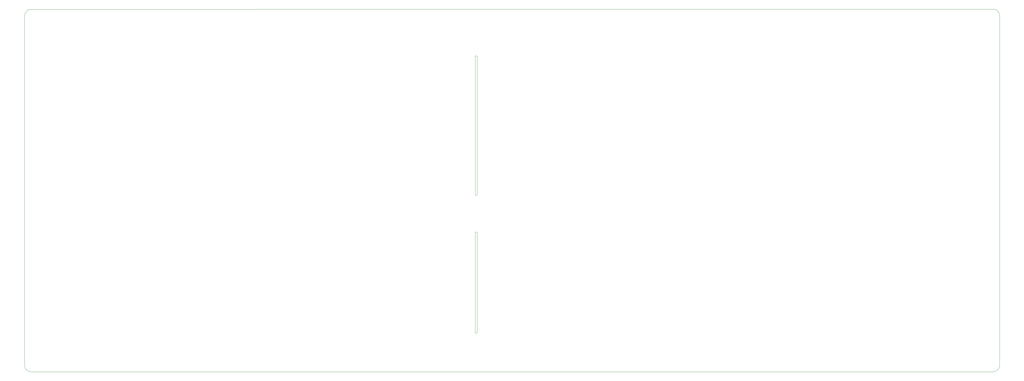
<source format=gbr>
%TF.GenerationSoftware,KiCad,Pcbnew,(7.0.0)*%
%TF.CreationDate,2023-09-10T10:39:49-04:00*%
%TF.ProjectId,RMK-complete,524d4b2d-636f-46d7-906c-6574652e6b69,rev?*%
%TF.SameCoordinates,Original*%
%TF.FileFunction,Profile,NP*%
%FSLAX46Y46*%
G04 Gerber Fmt 4.6, Leading zero omitted, Abs format (unit mm)*
G04 Created by KiCad (PCBNEW (7.0.0)) date 2023-09-10 10:39:49*
%MOMM*%
%LPD*%
G01*
G04 APERTURE LIST*
%TA.AperFunction,Profile*%
%ADD10C,0.100000*%
%TD*%
G04 APERTURE END LIST*
D10*
X39722271Y-77662623D02*
G75*
G03*
X37442433Y-79942465I-1J-2279837D01*
G01*
X195173600Y-93980000D02*
X195173600Y-142748000D01*
X376428000Y-204590838D02*
X195837381Y-204590838D01*
X195173600Y-155702000D02*
X195173600Y-191008000D01*
X378721791Y-79871547D02*
G75*
G03*
X376441998Y-77591709I-2279791J47D01*
G01*
X39722271Y-77662627D02*
X195173600Y-77597000D01*
X195173600Y-77597000D02*
X195837381Y-77590838D01*
X195173600Y-93980000D02*
X195834000Y-93980000D01*
X37440974Y-202315988D02*
G75*
G03*
X39720783Y-204595826I2279826J-12D01*
G01*
X195173600Y-204597000D02*
X195837381Y-204590838D01*
X195837381Y-142748000D02*
X195834000Y-93980000D01*
X195173600Y-204597000D02*
X39720783Y-204595826D01*
X195837381Y-77590838D02*
X376441998Y-77591709D01*
X195173600Y-191008000D02*
X195834000Y-191008000D01*
X378721836Y-79871547D02*
X378713999Y-202311000D01*
X195834000Y-155702000D02*
X195834000Y-191008000D01*
X195173600Y-142748000D02*
X195837381Y-142748000D01*
X376434154Y-204592892D02*
G75*
G03*
X378713992Y-202313120I46J2279792D01*
G01*
X37440945Y-202315988D02*
X37442433Y-79942465D01*
X195173600Y-155702000D02*
X195834000Y-155702000D01*
M02*

</source>
